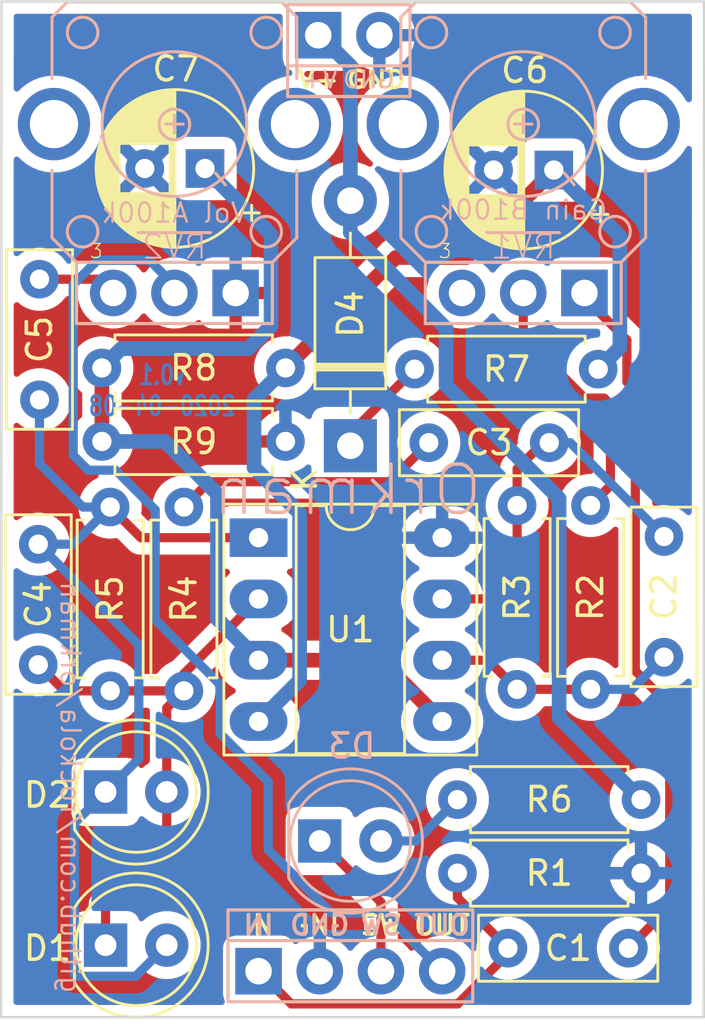
<source format=kicad_pcb>
(kicad_pcb (version 20200119) (host pcbnew "(5.99.0-1252-g0c2d08192)")
  (layers (0 "F.Cu" signal) (31 "B.Cu" signal) (34 "B.Paste" user) (35 "F.Paste" user) (36 "B.SilkS" user) (37 "F.SilkS" user) (38 "B.Mask" user) (39 "F.Mask" user) (44 "Edge.Cuts" user))
  (net 0 "")
  (net 1 "Net-(C1-Pad2)")
  (net 2 "IN")
  (net 3 "Net-(C2-Pad2)")
  (net 4 "Net-(C2-Pad1)")
  (net 5 "Net-(C3-Pad2)")
  (net 6 "Net-(C4-Pad2)")
  (net 7 "Net-(C4-Pad1)")
  (net 8 "Net-(C5-Pad2)")
  (net 9 "GND")
  (net 10 "+9V")
  (net 11 "VREF")
  (net 12 "Net-(D3-Pad2)")
  (net 13 "LED-")
  (net 14 "VIN")
  (net 15 "Net-(D4-Pad1)")
  (net 16 "OUT")
  (net 17 "Net-(R2-Pad1)")
  (module "rockola_kicad_footprints:Power_Header_2pin_TOP" (layer "F.Cu") (at 137.0965 56.007)
    (fp_text reference "J2" hide)
    (fp_text value "Power_Connector" hide)
    (fp_text user "GND" (at -1.7145 1.8415 unlocked) (layer "B.SilkS") (effects (font (size 0.7 0.7) (thickness 0.1)) (justify mirror)))
    (fp_text user "V+" (at -3.7465 1.8415 unlocked) (layer "B.SilkS") (effects (font (size 0.7 0.7) (thickness 0.1)) (justify mirror)))
    (fp_text user "GND" (at -1.397 1.8415 unlocked) (layer "F.SilkS") (effects (font (size 0.7 0.8))))
    (fp_text user "V+" (at -3.81 1.8415 unlocked) (layer "F.SilkS") (effects (font (size 0.7 0.8))))
    (pad "2" thru_hole oval (at -1.27 0) (size 1.9304 1.9304) (drill 1.1) (layers *.Cu *.Mask) (net 9 "GND"))
    (pad "1" thru_hole rect (at -3.81 0) (size 1.9304 1.9304) (drill 1.1) (layers *.Cu *.Mask) (net 14 "VIN"))
  )
  (module "Package_DIP:DIP-8_W7.62mm_Socket_LongPads" (layer "F.Cu") (at 130.81 76.835)
    (fp_text reference "U1" (at 3.81 3.81) (layer "F.SilkS"))
    (fp_text value "TL072")
    (pad "8" thru_hole oval (at 7.62 0) (size 2.4 1.6) (drill 0.8) (layers *.Cu *.Mask) (net 9 "GND"))
    (pad "4" thru_hole oval (at 0 7.62) (size 2.4 1.6) (drill 0.8) (layers *.Cu *.Mask) (net 10 "+9V"))
    (pad "7" thru_hole oval (at 7.62 2.54) (size 2.4 1.6) (drill 0.8) (layers *.Cu *.Mask) (net 3 "Net-(C2-Pad2)"))
    (pad "3" thru_hole oval (at 0 5.08) (size 2.4 1.6) (drill 0.8) (layers *.Cu *.Mask) (net 11 "VREF"))
    (pad "6" thru_hole oval (at 7.62 5.08) (size 2.4 1.6) (drill 0.8) (layers *.Cu *.Mask) (net 4 "Net-(C2-Pad1)"))
    (pad "2" thru_hole oval (at 0 2.54) (size 2.4 1.6) (drill 0.8) (layers *.Cu *.Mask) (net 7 "Net-(C4-Pad1)"))
    (pad "5" thru_hole oval (at 7.62 7.62) (size 2.4 1.6) (drill 0.8) (layers *.Cu *.Mask) (net 11 "VREF"))
    (pad "1" thru_hole rect (at 0 0) (size 2.4 1.6) (drill 0.8) (layers *.Cu *.Mask) (net 6 "Net-(C4-Pad2)"))
  )
  (module "potentiometers:9MM_PLASTIC_SHAFT" (layer "F.Cu") (at 127.3175 59.69)
    (fp_text reference "RV2" (at 0 5.095) (layer "B.SilkS") (effects (font (size 0.9652 0.9652) (thickness 0.08128)) (justify mirror)))
    (fp_text value "Vol A100k" hide)
    (fp_text user "3" (at -3.556 5.603) (layer "F.SilkS") (effects (font (size 0.57912 0.57912) (thickness 0.048768)) (justify left bottom)))
    (pad "" thru_hole oval (at 5 0) (size 3 3) (drill 2) (layers *.Cu *.Mask))
    (pad "" thru_hole oval (at -5 0) (size 3 3) (drill 2) (layers *.Cu *.Mask))
    (pad "3" thru_hole oval (at -2.54 7) (size 1.9304 1.9304) (drill 1.1) (layers *.Cu *.Mask) (net 8 "Net-(C5-Pad2)"))
    (pad "2" thru_hole oval (at 0 7) (size 1.9304 1.9304) (drill 1.1) (layers *.Cu *.Mask) (net 16 "OUT"))
    (pad "1" thru_hole rect (at 2.54 7) (size 1.9304 1.9304) (drill 1.1) (layers *.Cu *.Mask) (net 9 "GND"))
  )
  (module "potentiometers:9MM_PLASTIC_SHAFT" (layer "F.Cu") (at 141.7955 59.69)
    (fp_text reference "RV1" (at 0 5.095) (layer "B.SilkS") (effects (font (size 0.9652 0.9652) (thickness 0.08128)) (justify mirror)))
    (fp_text value "Gain B100k" hide)
    (fp_text user "3" (at -3.556 5.603) (layer "F.SilkS") (effects (font (size 0.57912 0.57912) (thickness 0.048768)) (justify left bottom)))
    (pad "" thru_hole oval (at 5 0) (size 3 3) (drill 2) (layers *.Cu *.Mask))
    (pad "" thru_hole oval (at -5 0) (size 3 3) (drill 2) (layers *.Cu *.Mask))
    (pad "3" thru_hole oval (at -2.54 7) (size 1.9304 1.9304) (drill 1.1) (layers *.Cu *.Mask) (net 17 "Net-(R2-Pad1)"))
    (pad "2" thru_hole oval (at 0 7) (size 1.9304 1.9304) (drill 1.1) (layers *.Cu *.Mask) (net 17 "Net-(R2-Pad1)"))
    (pad "1" thru_hole rect (at 2.54 7) (size 1.9304 1.9304) (drill 1.1) (layers *.Cu *.Mask) (net 1 "Net-(C1-Pad2)"))
  )
  (module "rockola_kicad_footprints:R_DIN0207" (layer "F.Cu") (at 124.3076 72.8472)
    (fp_text reference "R9" (at 3.81 0) (layer "F.SilkS"))
    (fp_text value "22k")
    (pad "2" thru_hole oval (at 7.62 0) (size 1.6 1.6) (drill 0.8) (layers *.Cu *.Mask) (net 9 "GND"))
    (pad "1" thru_hole circle (at 0 0) (size 1.6 1.6) (drill 0.8) (layers *.Cu *.Mask) (net 11 "VREF"))
  )
  (module "rockola_kicad_footprints:R_DIN0207" (layer "F.Cu") (at 131.9276 69.7992 180)
    (fp_text reference "R8" (at 3.81 0) (layer "F.SilkS"))
    (fp_text value "22k")
    (pad "2" thru_hole oval (at 7.62 0 180) (size 1.6 1.6) (drill 0.8) (layers *.Cu *.Mask) (net 11 "VREF"))
    (pad "1" thru_hole circle (at 0 0 180) (size 1.6 1.6) (drill 0.8) (layers *.Cu *.Mask) (net 10 "+9V"))
  )
  (module "rockola_kicad_footprints:R_DIN0207" (layer "F.Cu") (at 137.287 69.85)
    (fp_text reference "R7" (at 3.81 0) (layer "F.SilkS"))
    (fp_text value "100R")
    (pad "2" thru_hole oval (at 7.62 0) (size 1.6 1.6) (drill 0.8) (layers *.Cu *.Mask) (net 10 "+9V"))
    (pad "1" thru_hole circle (at 0 0) (size 1.6 1.6) (drill 0.8) (layers *.Cu *.Mask) (net 15 "Net-(D4-Pad1)"))
  )
  (module "rockola_kicad_footprints:R_DIN0207" (layer "F.Cu") (at 139.065 87.6935)
    (fp_text reference "R6" (at 3.81 0) (layer "F.SilkS"))
    (fp_text value "4k7")
    (pad "2" thru_hole oval (at 7.62 0) (size 1.6 1.6) (drill 0.8) (layers *.Cu *.Mask) (net 14 "VIN"))
    (pad "1" thru_hole circle (at 0 0) (size 1.6 1.6) (drill 0.8) (layers *.Cu *.Mask) (net 12 "Net-(D3-Pad2)"))
  )
  (module "rockola_kicad_footprints:R_DIN0207" (layer "F.Cu") (at 124.6505 83.185 90)
    (fp_text reference "R5" (at 3.81 0 90) (layer "F.SilkS"))
    (fp_text value "330k")
    (pad "2" thru_hole oval (at 7.62 0 90) (size 1.6 1.6) (drill 0.8) (layers *.Cu *.Mask) (net 6 "Net-(C4-Pad2)"))
    (pad "1" thru_hole circle (at 0 0 90) (size 1.6 1.6) (drill 0.8) (layers *.Cu *.Mask) (net 7 "Net-(C4-Pad1)"))
  )
  (module "rockola_kicad_footprints:R_DIN0207" (layer "F.Cu") (at 127.7112 75.565 -90)
    (fp_text reference "R4" (at 3.81 0 90) (layer "F.SilkS"))
    (fp_text value "100k")
    (pad "2" thru_hole oval (at 7.62 0 270) (size 1.6 1.6) (drill 0.8) (layers *.Cu *.Mask) (net 7 "Net-(C4-Pad1)"))
    (pad "1" thru_hole circle (at 0 0 270) (size 1.6 1.6) (drill 0.8) (layers *.Cu *.Mask) (net 5 "Net-(C3-Pad2)"))
  )
  (module "rockola_kicad_footprints:R_DIN0207" (layer "F.Cu") (at 141.5415 83.1215 90)
    (fp_text reference "R3" (at 3.81 0 90) (layer "F.SilkS"))
    (fp_text value "330k")
    (pad "2" thru_hole oval (at 7.62 0 90) (size 1.6 1.6) (drill 0.8) (layers *.Cu *.Mask) (net 3 "Net-(C2-Pad2)"))
    (pad "1" thru_hole circle (at 0 0 90) (size 1.6 1.6) (drill 0.8) (layers *.Cu *.Mask) (net 4 "Net-(C2-Pad1)"))
  )
  (module "rockola_kicad_footprints:R_DIN0207" (layer "F.Cu") (at 144.5895 75.5015 -90)
    (fp_text reference "R2" (at 3.81 0 90) (layer "F.SilkS"))
    (fp_text value "10k")
    (pad "2" thru_hole oval (at 7.62 0 270) (size 1.6 1.6) (drill 0.8) (layers *.Cu *.Mask) (net 4 "Net-(C2-Pad1)"))
    (pad "1" thru_hole circle (at 0 0 270) (size 1.6 1.6) (drill 0.8) (layers *.Cu *.Mask) (net 17 "Net-(R2-Pad1)"))
  )
  (module "rockola_kicad_footprints:R_DIN0207" (layer "F.Cu") (at 139.065 90.7415)
    (fp_text reference "R1" (at 3.81 0) (layer "F.SilkS"))
    (fp_text value "1M")
    (pad "2" thru_hole oval (at 7.62 0) (size 1.6 1.6) (drill 0.8) (layers *.Cu *.Mask) (net 9 "GND"))
    (pad "1" thru_hole circle (at 0 0) (size 1.6 1.6) (drill 0.8) (layers *.Cu *.Mask) (net 2 "IN"))
  )
  (module "rockola_kicad_footprints:Stomp_4pin" (layer "F.Cu") (at 134.62 94.8055)
    (fp_text reference "J1" hide)
    (fp_text value "Stomp_Connector" hide)
    (fp_text user "IN" (at -3.81 -1.905 unlocked) (layer "F.SilkS") (effects (font (size 0.8 0.8))))
    (fp_text user "GND" (at -1.27 -1.905 unlocked) (layer "F.SilkS") (effects (font (size 0.8 0.8))))
    (fp_text user "SW" (at 1.27 -1.905 unlocked) (layer "F.SilkS") (effects (font (size 0.8 0.8))))
    (fp_text user "OUT" (at 3.81 -1.905 unlocked) (layer "F.SilkS") (effects (font (size 0.8 0.8))))
    (fp_text user "IN" (at -3.81 -1.905 unlocked) (layer "B.SilkS") (effects (font (size 0.8 0.8)) (justify mirror)))
    (fp_text user "GND" (at -1.27 -1.905 unlocked) (layer "B.SilkS") (effects (font (size 0.8 0.8)) (justify mirror)))
    (fp_text user "SW" (at 1.27 -1.905 unlocked) (layer "B.SilkS") (effects (font (size 0.8 0.8)) (justify mirror)))
    (fp_text user "OUT" (at 3.81 -1.905 unlocked) (layer "B.SilkS") (effects (font (size 0.8 0.8)) (justify mirror)))
    (pad "4" thru_hole oval (at 3.81 0) (size 1.9304 1.9304) (drill 1.1) (layers *.Cu *.Mask) (net 16 "OUT"))
    (pad "3" thru_hole oval (at 1.27 0) (size 1.9304 1.9304) (drill 1.1) (layers *.Cu *.Mask) (net 13 "LED-"))
    (pad "2" thru_hole oval (at -1.27 0) (size 1.9304 1.9304) (drill 1.1) (layers *.Cu *.Mask) (net 9 "GND"))
    (pad "1" thru_hole rect (at -3.81 0) (size 1.9304 1.9304) (drill 1.1) (layers *.Cu *.Mask) (net 2 "IN"))
  )
  (module "Diode_THT:D_DO-41_SOD81_P10.16mm_Horizontal" (layer "F.Cu") (at 134.62 73.025 90)
    (fp_text reference "D4" (at 5.461 0 90) (layer "F.SilkS"))
    (fp_text value "1N5817")
    (fp_text user "K" (at -1.397 -1.905 90) (layer "F.SilkS"))
    (pad "2" thru_hole oval (at 10.16 0 90) (size 2.2 2.2) (drill 1.1) (layers *.Cu *.Mask) (net 14 "VIN"))
    (pad "1" thru_hole rect (at 0 0 90) (size 2.2 2.2) (drill 1.1) (layers *.Cu *.Mask) (net 15 "Net-(D4-Pad1)"))
  )
  (module "LED_THT:LED_D5.0mm" (layer "B.Cu") (at 133.35 89.408)
    (fp_text reference "D3" (at 1.3335 -3.937) (layer "B.SilkS") (effects (justify mirror)))
    (fp_text value "LED")
    (pad "2" thru_hole circle (at 2.54 0) (size 1.8 1.8) (drill 0.9) (layers *.Cu *.Mask) (net 12 "Net-(D3-Pad2)"))
    (pad "1" thru_hole rect (at 0 0) (size 1.8 1.8) (drill 0.9) (layers *.Cu *.Mask) (net 13 "LED-"))
  )
  (module "LED_THT:LED_D5.0mm" (layer "F.Cu") (at 124.46 87.376)
    (fp_text reference "D2" (at -2.413 0.127) (layer "F.SilkS"))
    (fp_text value "LED")
    (pad "2" thru_hole circle (at 2.54 0) (size 1.8 1.8) (drill 0.9) (layers *.Cu *.Mask) (net 7 "Net-(C4-Pad1)"))
    (pad "1" thru_hole rect (at 0 0) (size 1.8 1.8) (drill 0.9) (layers *.Cu *.Mask) (net 6 "Net-(C4-Pad2)"))
  )
  (module "LED_THT:LED_D5.0mm" (layer "F.Cu") (at 124.46 93.726)
    (fp_text reference "D1" (at -2.413 0.127) (layer "F.SilkS"))
    (fp_text value "LED")
    (pad "2" thru_hole circle (at 2.54 0) (size 1.8 1.8) (drill 0.9) (layers *.Cu *.Mask) (net 6 "Net-(C4-Pad2)"))
    (pad "1" thru_hole rect (at 0 0) (size 1.8 1.8) (drill 0.9) (layers *.Cu *.Mask) (net 7 "Net-(C4-Pad1)"))
  )
  (module "Capacitor_THT:CP_Radial_D6.3mm_P2.50mm" (layer "F.Cu") (at 128.5875 61.5315 180)
    (fp_text reference "C7" (at 1.2065 4.1275) (layer "F.SilkS"))
    (fp_text value "100u")
    (pad "2" thru_hole circle (at 2.5 0 180) (size 1.6 1.6) (drill 0.8) (layers *.Cu *.Mask) (net 9 "GND"))
    (pad "1" thru_hole rect (at 0 0 180) (size 1.6 1.6) (drill 0.8) (layers *.Cu *.Mask) (net 11 "VREF"))
  )
  (module "Capacitor_THT:CP_Radial_D6.3mm_P2.50mm" (layer "F.Cu") (at 143.0655 61.595 180)
    (fp_text reference "C6" (at 1.2065 4.1275) (layer "F.SilkS"))
    (fp_text value "100u")
    (pad "2" thru_hole circle (at 2.5 0 180) (size 1.6 1.6) (drill 0.8) (layers *.Cu *.Mask) (net 9 "GND"))
    (pad "1" thru_hole rect (at 0 0 180) (size 1.6 1.6) (drill 0.8) (layers *.Cu *.Mask) (net 10 "+9V"))
  )
  (module "rockola_kicad_footprints:C_Box_7.2_2.5" (layer "F.Cu") (at 121.7168 71.12 90)
    (fp_text reference "C5" (at 2.5 0 90) (layer "F.SilkS"))
    (fp_text value "10n")
    (pad "2" thru_hole circle (at 5 0 90) (size 1.6 1.6) (drill 0.8) (layers *.Cu *.Mask) (net 8 "Net-(C5-Pad2)"))
    (pad "1" thru_hole circle (at 0 0 90) (size 1.6 1.6) (drill 0.8) (layers *.Cu *.Mask) (net 6 "Net-(C4-Pad2)"))
  )
  (module "rockola_kicad_footprints:C_Box_7.2_2.5" (layer "F.Cu") (at 121.666 82.1055 90)
    (fp_text reference "C4" (at 2.5 0 90) (layer "F.SilkS"))
    (fp_text value "100p")
    (pad "2" thru_hole circle (at 5 0 90) (size 1.6 1.6) (drill 0.8) (layers *.Cu *.Mask) (net 6 "Net-(C4-Pad2)"))
    (pad "1" thru_hole circle (at 0 0 90) (size 1.6 1.6) (drill 0.8) (layers *.Cu *.Mask) (net 7 "Net-(C4-Pad1)"))
  )
  (module "rockola_kicad_footprints:C_Box_7.2_2.5" (layer "F.Cu") (at 142.875 72.898 180)
    (fp_text reference "C3" (at 2.5 0) (layer "F.SilkS"))
    (fp_text value "10n")
    (pad "2" thru_hole circle (at 5 0 180) (size 1.6 1.6) (drill 0.8) (layers *.Cu *.Mask) (net 5 "Net-(C3-Pad2)"))
    (pad "1" thru_hole circle (at 0 0 180) (size 1.6 1.6) (drill 0.8) (layers *.Cu *.Mask) (net 3 "Net-(C2-Pad2)"))
  )
  (module "rockola_kicad_footprints:C_Box_7.2_2.5" (layer "F.Cu") (at 147.6375 81.788 90)
    (fp_text reference "C2" (at 2.5 0 90) (layer "F.SilkS"))
    (fp_text value "100p")
    (pad "2" thru_hole circle (at 5 0 90) (size 1.6 1.6) (drill 0.8) (layers *.Cu *.Mask) (net 3 "Net-(C2-Pad2)"))
    (pad "1" thru_hole circle (at 0 0 90) (size 1.6 1.6) (drill 0.8) (layers *.Cu *.Mask) (net 4 "Net-(C2-Pad1)"))
  )
  (module "rockola_kicad_footprints:C_Box_7.2_2.5" (layer "F.Cu") (at 141.1605 93.853)
    (fp_text reference "C1" (at 2.5 0) (layer "F.SilkS"))
    (fp_text value "10n")
    (pad "2" thru_hole circle (at 5 0) (size 1.6 1.6) (drill 0.8) (layers *.Cu *.Mask) (net 1 "Net-(C1-Pad2)"))
    (pad "1" thru_hole circle (at 0 0) (size 1.6 1.6) (drill 0.8) (layers *.Cu *.Mask) (net 2 "IN"))
  )
  (gr_text "github.com/rockola/orkman" (at 122.9995 87.1855 270) (layer "B.SilkS") (effects (font (size 0.8 0.8) (thickness 0.1)) (justify mirror)))
  (gr_text "Gain B100k" (at 141.7955 63.246) (layer "B.SilkS") (effects (font (size 0.8 0.8) (thickness 0.1)) (justify mirror)))
  (gr_text "Vol A100k" (at 127.3175 63.373) (layer "B.SilkS") (effects (font (size 0.8 0.8) (thickness 0.1)) (justify mirror)))
  (gr_text "v0.1\n2020-04-08" (at 126.8095 70.739) (layer "B.Cu") (effects (font (size 0.8 0.6) (thickness 0.13)) (justify mirror)))
  (gr_text "Orkman" (at 134.493 74.8665) (layer "B.SilkS") (effects (font (size 2 2)) (justify mirror)))
  (gr_line (start 149.3012 54.61) (end 149.2885 96.7105) (layer "Edge.Cuts") (width 0.1))
  (gr_line (start 120.142 54.61) (end 149.3012 54.61) (layer "Edge.Cuts") (width 0.1))
  (gr_line (start 120.1293 96.7105) (end 120.142 54.61) (layer "Edge.Cuts") (width 0.1))
  (gr_line (start 149.2885 96.7105) (end 120.1293 96.7105) (layer "Edge.Cuts") (width 0.1))
  (segment (start 145.415 74.676) (end 145.415 72.1995) (width 0.381) (layer "F.Cu") (net 17))
  (segment (start 145.152971 71.048471) (end 145.415 71.3105) (width 0.381) (layer "F.Cu") (net 17))
  (segment (start 145.415 71.3105) (end 145.415 72.1995) (width 0.381) (layer "F.Cu") (net 17))
  (segment (start 141.7955 68.500442) (end 141.7955 66.69) (width 0.381) (layer "F.Cu") (net 17))
  (segment (start 144.5895 75.5015) (end 145.415 74.676) (width 0.381) (layer "F.Cu") (net 17))
  (segment (start 144.343529 71.048471) (end 141.7955 68.500442) (width 0.381) (layer "F.Cu") (net 17))
  (segment (start 144.343529 71.048471) (end 145.152971 71.048471) (width 0.381) (layer "F.Cu") (net 17))
  (segment (start 146.097501 70.373999) (end 146.097501 68.642501) (width 0.381) (layer "F.Cu") (net 1))
  (segment (start 147.875501 83.787943) (end 147.042279 82.954721) (width 0.381) (layer "F.Cu") (net 1))
  (segment (start 147.042279 82.954721) (end 146.446999 82.359441) (width 0.381) (layer "F.Cu") (net 1))
  (segment (start 146.446999 82.359441) (end 146.446999 70.723497) (width 0.381) (layer "F.Cu") (net 1))
  (segment (start 146.446999 70.723497) (end 146.097501 70.373999) (width 0.381) (layer "F.Cu") (net 1))
  (segment (start 146.685 87.6935) (end 143.284699 84.293199) (width 0.6096) (layer "B.Cu") (net 14))
  (segment (start 143.284699 84.293199) (end 143.284699 75.212699) (width 0.6096) (layer "B.Cu") (net 14))
  (segment (start 143.284699 75.212699) (end 138.591801 70.519801) (width 0.6096) (layer "B.Cu") (net 14))
  (segment (start 138.591801 70.519801) (end 138.591801 68.160001) (width 0.6096) (layer "B.Cu") (net 14))
  (segment (start 134.62 64.1882) (end 134.62 62.865) (width 0.6096) (layer "B.Cu") (net 14))
  (segment (start 138.591801 68.160001) (end 134.62 64.1882) (width 0.6096) (layer "B.Cu") (net 14))
  (segment (start 147.6375 76.788) (end 143.7475 72.898) (width 0.381) (layer "B.Cu") (net 3))
  (segment (start 143.7475 72.898) (end 142.875 72.898) (width 0.381) (layer "B.Cu") (net 3))
  (segment (start 127 87.376) (end 127 83.8962) (width 0.381) (layer "F.Cu") (net 7))
  (segment (start 127 83.8962) (end 127.7112 83.185) (width 0.381) (layer "F.Cu") (net 7))
  (segment (start 124.46 93.726) (end 124.46 92.075) (width 0.381) (layer "F.Cu") (net 7))
  (segment (start 124.46 92.075) (end 127 89.535) (width 0.381) (layer "F.Cu") (net 7))
  (segment (start 127 89.535) (end 127 87.376) (width 0.381) (layer "F.Cu") (net 7))
  (segment (start 127 93.726) (end 125.709499 95.016501) (width 0.381) (layer "B.Cu") (net 6))
  (segment (start 125.709499 95.016501) (end 123.247599 95.016501) (width 0.381) (layer "B.Cu") (net 6))
  (segment (start 123.247599 95.016501) (end 123.169499 94.938401) (width 0.381) (layer "B.Cu") (net 6))
  (segment (start 123.169499 94.938401) (end 123.169499 88.666501) (width 0.381) (layer "B.Cu") (net 6))
  (segment (start 123.169499 88.666501) (end 124.46 87.376) (width 0.381) (layer "B.Cu") (net 6))
  (segment (start 124.46 87.376) (end 125.841001 85.994999) (width 0.381) (layer "B.Cu") (net 6))
  (segment (start 125.841001 85.994999) (end 125.841001 81.280501) (width 0.381) (layer "B.Cu") (net 6))
  (segment (start 125.841001 81.280501) (end 121.666 77.1055) (width 0.381) (layer "B.Cu") (net 6))
  (segment (start 131.9276 69.7992) (end 136.506801 65.219999) (width 0.6096) (layer "F.Cu") (net 10))
  (segment (start 136.506801 65.219999) (end 139.440501 65.219999) (width 0.6096) (layer "F.Cu") (net 10))
  (segment (start 139.440501 65.219999) (end 143.0655 61.595) (width 0.6096) (layer "F.Cu") (net 10))
  (segment (start 143.0655 61.595) (end 145.805501 64.335001) (width 0.6096) (layer "B.Cu") (net 10))
  (segment (start 145.805501 64.335001) (end 145.805501 68.951499) (width 0.6096) (layer "B.Cu") (net 10))
  (segment (start 145.805501 68.951499) (end 144.907 69.85) (width 0.6096) (layer "B.Cu") (net 10))
  (segment (start 124.3076 69.7992) (end 125.107599 68.999201) (width 0.6096) (layer "B.Cu") (net 11))
  (segment (start 125.107599 68.999201) (end 130.387341 68.999201) (width 0.6096) (layer "B.Cu") (net 11))
  (segment (start 130.387341 68.999201) (end 131.327501 68.059041) (width 0.6096) (layer "B.Cu") (net 11))
  (segment (start 131.327501 68.059041) (end 131.327501 64.271501) (width 0.6096) (layer "B.Cu") (net 11))
  (segment (start 131.327501 64.271501) (end 128.5875 61.5315) (width 0.6096) (layer "B.Cu") (net 11))
  (segment (start 123.117099 66.661463) (end 123.117099 67.046599) (width 0.381) (layer "B.Cu") (net 16))
  (segment (start 125.961799 65.334299) (end 124.126763 65.334299) (width 0.381) (layer "B.Cu") (net 16))
  (segment (start 123.117099 67.046599) (end 123.117099 71.700901) (width 0.381) (layer "B.Cu") (net 16))
  (segment (start 124.126763 65.334299) (end 123.117099 66.343963) (width 0.381) (layer "B.Cu") (net 16))
  (segment (start 123.117099 66.343963) (end 123.117099 67.046599) (width 0.381) (layer "B.Cu") (net 16))
  (segment (start 134.62 62.865) (end 134.62 57.277) (width 0.6096) (layer "B.Cu") (net 14))
  (segment (start 134.62 57.277) (end 133.35 56.007) (width 0.6096) (layer "B.Cu") (net 14))
  (segment (start 137.875 72.898) (end 136.257499 74.515501) (width 0.381) (layer "F.Cu") (net 5))
  (segment (start 136.257499 74.515501) (end 128.760699 74.515501) (width 0.381) (layer "F.Cu") (net 5))
  (segment (start 128.760699 74.515501) (end 127.7112 75.565) (width 0.381) (layer "F.Cu") (net 5))
  (segment (start 138.43 79.375) (end 140.1445 79.375) (width 0.381) (layer "F.Cu") (net 3))
  (segment (start 140.1445 79.375) (end 141.5415 77.978) (width 0.381) (layer "F.Cu") (net 3))
  (segment (start 141.5415 77.978) (end 141.5415 75.5015) (width 0.381) (layer "F.Cu") (net 3))
  (segment (start 141.5415 75.5015) (end 141.5415 73.9775) (width 0.381) (layer "F.Cu") (net 3))
  (segment (start 141.5415 73.9775) (end 142.621 72.898) (width 0.381) (layer "F.Cu") (net 3))
  (segment (start 146.1605 93.853) (end 147.875501 92.137999) (width 0.381) (layer "F.Cu") (net 1))
  (segment (start 147.875501 92.137999) (end 147.875501 83.787943) (width 0.381) (layer "F.Cu") (net 1))
  (segment (start 146.097501 68.642501) (end 144.145 66.69) (width 0.381) (layer "F.Cu") (net 1))
  (segment (start 130.81 94.8055) (end 132.165701 96.161201) (width 0.381) (layer "F.Cu") (net 2))
  (segment (start 132.165701 96.161201) (end 139.080737 96.161201) (width 0.381) (layer "F.Cu") (net 2))
  (segment (start 139.080737 96.161201) (end 141.1605 94.081438) (width 0.381) (layer "F.Cu") (net 2))
  (segment (start 141.1605 94.081438) (end 141.1605 93.853) (width 0.381) (layer "F.Cu") (net 2))
  (segment (start 135.89 94.8055) (end 135.89 91.948) (width 0.381) (layer "F.Cu") (net 13))
  (segment (start 135.89 91.948) (end 133.35 89.408) (width 0.381) (layer "F.Cu") (net 13))
  (segment (start 131.209549 89.770451) (end 133.831598 92.3925) (width 0.381) (layer "B.Cu") (net 16))
  (segment (start 133.831598 92.3925) (end 136.017 92.3925) (width 0.381) (layer "B.Cu") (net 16))
  (segment (start 136.017 92.3925) (end 138.43 94.8055) (width 0.381) (layer "B.Cu") (net 16))
  (segment (start 135.89 89.408) (end 137.3505 89.408) (width 0.381) (layer "B.Cu") (net 12))
  (segment (start 137.3505 89.408) (end 139.065 87.6935) (width 0.381) (layer "B.Cu") (net 12))
  (segment (start 141.1605 93.853) (end 139.065 91.7575) (width 0.381) (layer "F.Cu") (net 2))
  (segment (start 139.065 91.7575) (end 139.065 90.7415) (width 0.381) (layer "F.Cu") (net 2))
  (segment (start 144.5895 83.1215) (end 146.304 83.1215) (width 0.381) (layer "B.Cu") (net 4))
  (segment (start 146.304 83.1215) (end 147.6375 81.788) (width 0.381) (layer "B.Cu") (net 4))
  (segment (start 141.5415 83.1215) (end 144.5895 83.1215) (width 0.381) (layer "F.Cu") (net 4))
  (segment (start 138.43 81.915) (end 140.335 81.915) (width 0.381) (layer "F.Cu") (net 4))
  (segment (start 140.335 81.915) (end 141.5415 83.1215) (width 0.381) (layer "F.Cu") (net 4))
  (segment (start 131.209549 89.770451) (end 131.209549 86.950049) (width 0.381) (layer "B.Cu") (net 16))
  (segment (start 129.21949 82.931348) (end 129.21949 83.75951) (width 0.381) (layer "B.Cu") (net 16))
  (segment (start 131.209549 86.950049) (end 129.21949 84.95999) (width 0.381) (layer "B.Cu") (net 16))
  (segment (start 129.21949 84.95999) (end 129.21949 83.75951) (width 0.381) (layer "B.Cu") (net 16))
  (segment (start 124.6505 75.565) (end 123.51913 75.565) (width 0.381) (layer "B.Cu") (net 6))
  (segment (start 123.51913 75.565) (end 121.7168 73.76267) (width 0.381) (layer "B.Cu") (net 6))
  (segment (start 121.7168 73.76267) (end 121.7168 71.12) (width 0.381) (layer "B.Cu") (net 6))
  (segment (start 126.522071 80.233929) (end 129.21949 82.931348) (width 0.381) (layer "B.Cu") (net 16))
  (segment (start 123.736159 74.037701) (end 123.117099 73.418641) (width 0.381) (layer "B.Cu") (net 16))
  (segment (start 126.522071 80.233929) (end 126.520699 80.232557) (width 0.381) (layer "B.Cu") (net 16))
  (segment (start 126.520699 80.232557) (end 126.520699 75.679359) (width 0.381) (layer "B.Cu") (net 16))
  (segment (start 124.879041 74.037701) (end 123.736159 74.037701) (width 0.381) (layer "B.Cu") (net 16))
  (segment (start 126.520699 75.679359) (end 124.879041 74.037701) (width 0.381) (layer "B.Cu") (net 16))
  (segment (start 123.117099 73.418641) (end 123.117099 71.700901) (width 0.381) (layer "B.Cu") (net 16))
  (segment (start 127.635 66.69) (end 126.279299 65.334299) (width 0.381) (layer "B.Cu") (net 16))
  (segment (start 126.279299 65.334299) (end 124.444263 65.334299) (width 0.381) (layer "B.Cu") (net 16))
  (segment (start 124.6505 75.565) (end 125.9205 76.835) (width 0.381) (layer "F.Cu") (net 6))
  (segment (start 125.9205 76.835) (end 130.81 76.835) (width 0.381) (layer "F.Cu") (net 6))
  (segment (start 121.666 77.1055) (end 123.11 77.1055) (width 0.381) (layer "B.Cu") (net 6))
  (segment (start 123.11 77.1055) (end 124.6505 75.565) (width 0.381) (layer "B.Cu") (net 6))
  (segment (start 124.6505 83.185) (end 122.7455 83.185) (width 0.381) (layer "F.Cu") (net 7))
  (segment (start 122.7455 83.185) (end 121.666 82.1055) (width 0.381) (layer "F.Cu") (net 7))
  (segment (start 124.6505 83.185) (end 127.7112 83.185) (width 0.381) (layer "F.Cu") (net 7))
  (segment (start 130.81 81.915) (end 129.105199 80.210199) (width 0.6096) (layer "B.Cu") (net 11))
  (segment (start 129.105199 75.027893) (end 126.924506 72.8472) (width 0.6096) (layer "B.Cu") (net 11))
  (segment (start 126.924506 72.8472) (end 124.3076 72.8472) (width 0.6096) (layer "B.Cu") (net 11))
  (segment (start 129.105199 80.210199) (end 129.105199 75.027893) (width 0.6096) (layer "B.Cu") (net 11))
  (segment (start 134.62 73.025) (end 134.62 72.517) (width 0.381) (layer "F.Cu") (net 15))
  (segment (start 134.62 72.517) (end 137.287 69.85) (width 0.381) (layer "F.Cu") (net 15))
  (segment (start 131.9276 69.7992) (end 130.622799 71.104001) (width 0.6096) (layer "B.Cu") (net 10))
  (segment (start 132.51481 82.75019) (end 130.81 84.455) (width 0.6096) (layer "B.Cu") (net 10))
  (segment (start 130.622799 71.104001) (end 130.622799 73.929999) (width 0.6096) (layer "B.Cu") (net 10))
  (segment (start 132.51481 75.82201) (end 132.51481 82.75019) (width 0.6096) (layer "B.Cu") (net 10))
  (segment (start 130.622799 73.929999) (end 132.51481 75.82201) (width 0.6096) (layer "B.Cu") (net 10))
  (segment (start 127.7112 83.185) (end 127.7112 82.4738) (width 0.381) (layer "F.Cu") (net 7))
  (segment (start 127.7112 82.4738) (end 130.81 79.375) (width 0.381) (layer "F.Cu") (net 7))
  (segment (start 130.81 81.915) (end 135.89 81.915) (width 0.6096) (layer "F.Cu") (net 11))
  (segment (start 135.89 81.915) (end 138.43 84.455) (width 0.6096) (layer "F.Cu") (net 11))
  (segment (start 124.3076 69.7992) (end 124.3076 72.8472) (width 0.6096) (layer "F.Cu") (net 11))
  (segment (start 121.7168 66.12) (end 124.525 66.12) (width 0.381) (layer "F.Cu") (net 8))
  (segment (start 124.525 66.12) (end 125.095 66.69) (width 0.381) (layer "F.Cu") (net 8))
  (zone (net 9) (net_name "GND") (layer "F.Cu") (connect_pads (clearance 0.508)) (min_thickness 0.254) (fill yes (thermal_gap 0.508) (thermal_bridge_width 0.508))
    (polygon (pts (xy 149.2885 96.7105) (xy 120.142 96.7105) (xy 120.142 54.61) (xy 149.352 54.61)))
  )
  (zone (net 9) (net_name "GND") (layer "B.Cu") (connect_pads (clearance 0.508)) (min_thickness 0.254) (fill yes (thermal_gap 0.508) (thermal_bridge_width 0.508))
    (polygon (pts (xy 149.225 96.7105) (xy 120.2055 96.7105) (xy 120.0785 54.5465) (xy 149.352 54.61)))
  )
)
</source>
